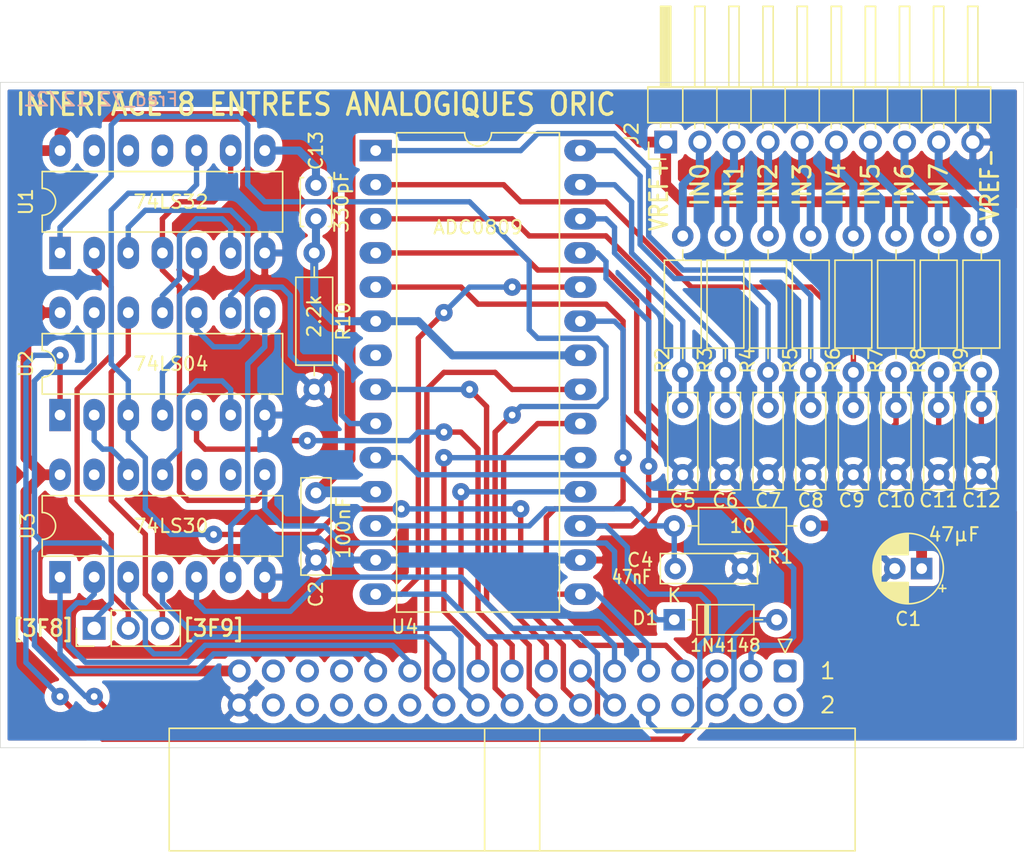
<source format=kicad_pcb>
(kicad_pcb (version 20171130) (host pcbnew "(5.1.12)-1")
  (title_block (title "INTERFACE 8 ENTREES ANALOGIQUES ORIC") (rev 1.0))
  (layers (0 F.Cu signal) (31 B.Cu signal) (34 B.Paste user) (35 F.Paste user) (36 B.SilkS user) (37 F.SilkS user) (38 B.Mask user) (39 F.Mask user) (44 Edge.Cuts user))
  (net 0 "")
  (net 1 GND)
  (net 2 VCC)
  (net 3 /~RESET)
  (net 4 /D0)
  (net 5 /D1)
  (net 6 /D2)
  (net 7 /D3)
  (net 8 /D4)
  (net 9 /D5)
  (net 10 /D6)
  (net 11 /D7)
  (net 12 /A0)
  (net 13 /A1)
  (net 14 /A2)
  (net 15 /A3)
  (net 16 /A4)
  (net 17 /A5)
  (net 18 /A6)
  (net 19 /A7)
  (net 20 /A8)
  (net 21 /A9)
  (net 22 /A10)
  (net 23 /A11)
  (net 24 /A12)
  (net 25 /A13)
  (net 26 /A14)
  (net 27 /A15)
  (net 28 "Net-(C4-Pad2)")
  (net 29 "Net-(C5-Pad2)")
  (net 30 "Net-(C6-Pad2)")
  (net 31 /~IOCTRL)
  (net 32 "Net-(D1-Pad1)")
  (net 33 /~IRQ)
  (net 34 /~ROMDIS)
  (net 35 /R_~W)
  (net 36 /~IO)
  (net 37 /PHI2)
  (net 38 /~MAP)
  (net 39 "Net-(C7-Pad2)")
  (net 40 "Net-(C8-Pad2)")
  (net 41 "Net-(C9-Pad2)")
  (net 42 "Net-(C10-Pad2)")
  (net 43 "Net-(C11-Pad2)")
  (net 44 "Net-(C12-Pad2)")
  (net 45 /IN7)
  (net 46 /IN6)
  (net 47 /IN5)
  (net 48 /IN4)
  (net 49 /IN3)
  (net 50 /IN2)
  (net 51 /IN1)
  (net 52 /IN0)
  (net 53 "Net-(U1-Pad6)")
  (net 54 "Net-(U1-Pad5)")
  (net 55 "Net-(U1-Pad3)")
  (net 56 "Net-(U2-Pad6)")
  (net 57 "Net-(U2-Pad10)")
  (net 58 "Net-(U2-Pad2)")
  (net 59 "Net-(U2-Pad8)")
  (net 60 "Net-(U4-Pad7)")
  (net 61 "Net-(C13-Pad2)")
  (net 62 "Net-(JP1-Pad3)")
  (net 63 "Net-(JP1-Pad2)")
  (net 64 "Net-(C13-Pad1)")
  (module Connector_PinHeader_2.54mm:PinHeader_1x10_P2.54mm_Horizontal (layer F.Cu) (at 163.83 56.515 90)
    (fp_text reference J2 (at 0.635 -2.54 90) (layer F.SilkS))
    (fp_text value E/S)
    (pad 10 thru_hole oval (at 0 22.86 90) (size 1.7 1.7) (drill 1) (layers *.Cu *.Mask) (net 1 GND))
    (pad 9 thru_hole oval (at 0 20.32 90) (size 1.7 1.7) (drill 1) (layers *.Cu *.Mask) (net 45 /IN7))
    (pad 8 thru_hole oval (at 0 17.78 90) (size 1.7 1.7) (drill 1) (layers *.Cu *.Mask) (net 46 /IN6))
    (pad 7 thru_hole oval (at 0 15.24 90) (size 1.7 1.7) (drill 1) (layers *.Cu *.Mask) (net 47 /IN5))
    (pad 6 thru_hole oval (at 0 12.7 90) (size 1.7 1.7) (drill 1) (layers *.Cu *.Mask) (net 48 /IN4))
    (pad 5 thru_hole oval (at 0 10.16 90) (size 1.7 1.7) (drill 1) (layers *.Cu *.Mask) (net 49 /IN3))
    (pad 4 thru_hole oval (at 0 7.62 90) (size 1.7 1.7) (drill 1) (layers *.Cu *.Mask) (net 50 /IN2))
    (pad 3 thru_hole oval (at 0 5.08 90) (size 1.7 1.7) (drill 1) (layers *.Cu *.Mask) (net 51 /IN1))
    (pad 2 thru_hole oval (at 0 2.54 90) (size 1.7 1.7) (drill 1) (layers *.Cu *.Mask) (net 52 /IN0))
    (pad 1 thru_hole rect (at 0 0 90) (size 1.7 1.7) (drill 1) (layers *.Cu *.Mask) (net 2 VCC))
  )
  (module Connector_PinHeader_2.54mm:PinHeader_1x03_P2.54mm_Vertical (layer F.Cu) (at 121.285 92.71 90)
    (fp_text reference JP1 hide)
    (fp_text value Addr)
    (pad 3 thru_hole oval (at 0 5.08 90) (size 1.7 1.7) (drill 1) (layers *.Cu *.Mask) (net 62 "Net-(JP1-Pad3)"))
    (pad 2 thru_hole oval (at 0 2.54 90) (size 1.7 1.7) (drill 1) (layers *.Cu *.Mask) (net 63 "Net-(JP1-Pad2)"))
    (pad 1 thru_hole rect (at 0 0 90) (size 1.7 1.7) (drill 1) (layers *.Cu *.Mask) (net 12 /A0))
  )
  (module Capacitor_THT:C_Disc_D3.4mm_W2.1mm_P2.50mm (layer F.Cu) (at 137.795 59.73 270)
    (fp_text reference C13 (at -2.58 0 90) (layer F.SilkS))
    (fp_text value 330pF (at 1.23 -1.905 90) (layer F.SilkS))
    (pad 2 thru_hole circle (at 2.5 0 270) (size 1.6 1.6) (drill 0.8) (layers *.Cu *.Mask) (net 61 "Net-(C13-Pad2)"))
    (pad 1 thru_hole circle (at 0 0 270) (size 1.6 1.6) (drill 0.8) (layers *.Cu *.Mask) (net 64 "Net-(C13-Pad1)"))
  )
  (module Resistor_THT:R_Axial_DIN0207_L6.3mm_D2.5mm_P10.16mm_Horizontal (layer F.Cu) (at 137.668 74.93 90)
    (fp_text reference R10 (at 5.08 2.159 90) (layer F.SilkS))
    (fp_text value 2.2k (at 5.461 0 90) (layer F.SilkS))
    (pad 2 thru_hole oval (at 10.16 0 90) (size 1.6 1.6) (drill 0.8) (layers *.Cu *.Mask) (net 61 "Net-(C13-Pad2)"))
    (pad 1 thru_hole circle (at 0 0 90) (size 1.6 1.6) (drill 0.8) (layers *.Cu *.Mask) (net 1 GND))
  )
  (module Package_DIP:DIP-28_W15.24mm_LongPads (layer F.Cu) (at 142.24 57.15)
    (fp_text reference U4 (at 2.159 35.433) (layer F.SilkS))
    (fp_text value ADC0809 (at 7.62 5.715) (layer F.SilkS))
    (pad 28 thru_hole oval (at 15.24 0) (size 2.4 1.6) (drill 0.8) (layers *.Cu *.Mask) (net 39 "Net-(C7-Pad2)"))
    (pad 14 thru_hole oval (at 0 33.02) (size 2.4 1.6) (drill 0.8) (layers *.Cu *.Mask) (net 5 /D1))
    (pad 27 thru_hole oval (at 15.24 2.54) (size 2.4 1.6) (drill 0.8) (layers *.Cu *.Mask) (net 30 "Net-(C6-Pad2)"))
    (pad 13 thru_hole oval (at 0 30.48) (size 2.4 1.6) (drill 0.8) (layers *.Cu *.Mask) (net 1 GND))
    (pad 26 thru_hole oval (at 15.24 5.08) (size 2.4 1.6) (drill 0.8) (layers *.Cu *.Mask) (net 29 "Net-(C5-Pad2)"))
    (pad 12 thru_hole oval (at 0 27.94) (size 2.4 1.6) (drill 0.8) (layers *.Cu *.Mask) (net 28 "Net-(C4-Pad2)"))
    (pad 25 thru_hole oval (at 15.24 7.62) (size 2.4 1.6) (drill 0.8) (layers *.Cu *.Mask) (net 4 /D0))
    (pad 11 thru_hole oval (at 0 25.4) (size 2.4 1.6) (drill 0.8) (layers *.Cu *.Mask) (net 2 VCC))
    (pad 24 thru_hole oval (at 15.24 10.16) (size 2.4 1.6) (drill 0.8) (layers *.Cu *.Mask) (net 5 /D1))
    (pad 10 thru_hole oval (at 0 22.86) (size 2.4 1.6) (drill 0.8) (layers *.Cu *.Mask) (net 37 /PHI2))
    (pad 23 thru_hole oval (at 15.24 12.7) (size 2.4 1.6) (drill 0.8) (layers *.Cu *.Mask) (net 6 /D2))
    (pad 9 thru_hole oval (at 0 20.32) (size 2.4 1.6) (drill 0.8) (layers *.Cu *.Mask) (net 57 "Net-(U2-Pad10)"))
    (pad 22 thru_hole oval (at 15.24 15.24) (size 2.4 1.6) (drill 0.8) (layers *.Cu *.Mask) (net 61 "Net-(C13-Pad2)"))
    (pad 8 thru_hole oval (at 0 17.78) (size 2.4 1.6) (drill 0.8) (layers *.Cu *.Mask) (net 7 /D3))
    (pad 21 thru_hole oval (at 15.24 17.78) (size 2.4 1.6) (drill 0.8) (layers *.Cu *.Mask) (net 11 /D7))
    (pad 7 thru_hole oval (at 0 15.24) (size 2.4 1.6) (drill 0.8) (layers *.Cu *.Mask) (net 60 "Net-(U4-Pad7)"))
    (pad 20 thru_hole oval (at 15.24 20.32) (size 2.4 1.6) (drill 0.8) (layers *.Cu *.Mask) (net 10 /D6))
    (pad 6 thru_hole oval (at 0 12.7) (size 2.4 1.6) (drill 0.8) (layers *.Cu *.Mask) (net 61 "Net-(C13-Pad2)"))
    (pad 19 thru_hole oval (at 15.24 22.86) (size 2.4 1.6) (drill 0.8) (layers *.Cu *.Mask) (net 9 /D5))
    (pad 5 thru_hole oval (at 0 10.16) (size 2.4 1.6) (drill 0.8) (layers *.Cu *.Mask) (net 44 "Net-(C12-Pad2)"))
    (pad 18 thru_hole oval (at 15.24 25.4) (size 2.4 1.6) (drill 0.8) (layers *.Cu *.Mask) (net 8 /D4))
    (pad 4 thru_hole oval (at 0 7.62) (size 2.4 1.6) (drill 0.8) (layers *.Cu *.Mask) (net 43 "Net-(C11-Pad2)"))
    (pad 17 thru_hole oval (at 15.24 27.94) (size 2.4 1.6) (drill 0.8) (layers *.Cu *.Mask) (net 4 /D0))
    (pad 3 thru_hole oval (at 0 5.08) (size 2.4 1.6) (drill 0.8) (layers *.Cu *.Mask) (net 42 "Net-(C10-Pad2)"))
    (pad 16 thru_hole oval (at 15.24 30.48) (size 2.4 1.6) (drill 0.8) (layers *.Cu *.Mask) (net 1 GND))
    (pad 2 thru_hole oval (at 0 2.54) (size 2.4 1.6) (drill 0.8) (layers *.Cu *.Mask) (net 41 "Net-(C9-Pad2)"))
    (pad 15 thru_hole oval (at 15.24 33.02) (size 2.4 1.6) (drill 0.8) (layers *.Cu *.Mask) (net 6 /D2))
    (pad 1 thru_hole rect (at 0 0) (size 2.4 1.6) (drill 0.8) (layers *.Cu *.Mask) (net 40 "Net-(C8-Pad2)"))
  )
  (module Package_DIP:DIP-14_W7.62mm_LongPads (layer F.Cu) (at 118.745 64.77 90)
    (fp_text reference U1 (at 3.81 -2.54 270) (layer F.SilkS))
    (fp_text value 74LS32 (at 3.81 8.255 180) (layer F.SilkS))
    (pad 14 thru_hole oval (at 7.62 0 90) (size 2.4 1.6) (drill 0.8) (layers *.Cu *.Mask) (net 2 VCC))
    (pad 7 thru_hole oval (at 0 15.24 90) (size 2.4 1.6) (drill 0.8) (layers *.Cu *.Mask) (net 1 GND))
    (pad 13 thru_hole oval (at 7.62 2.54 90) (size 2.4 1.6) (drill 0.8) (layers *.Cu *.Mask))
    (pad 6 thru_hole oval (at 0 12.7 90) (size 2.4 1.6) (drill 0.8) (layers *.Cu *.Mask) (net 53 "Net-(U1-Pad6)"))
    (pad 12 thru_hole oval (at 7.62 5.08 90) (size 2.4 1.6) (drill 0.8) (layers *.Cu *.Mask))
    (pad 5 thru_hole oval (at 0 10.16 90) (size 2.4 1.6) (drill 0.8) (layers *.Cu *.Mask) (net 54 "Net-(U1-Pad5)"))
    (pad 11 thru_hole oval (at 7.62 7.62 90) (size 2.4 1.6) (drill 0.8) (layers *.Cu *.Mask))
    (pad 4 thru_hole oval (at 0 7.62 90) (size 2.4 1.6) (drill 0.8) (layers *.Cu *.Mask) (net 32 "Net-(D1-Pad1)"))
    (pad 10 thru_hole oval (at 7.62 10.16 90) (size 2.4 1.6) (drill 0.8) (layers *.Cu *.Mask) (net 35 /R_~W))
    (pad 3 thru_hole oval (at 0 5.08 90) (size 2.4 1.6) (drill 0.8) (layers *.Cu *.Mask) (net 55 "Net-(U1-Pad3)"))
    (pad 9 thru_hole oval (at 7.62 12.7 90) (size 2.4 1.6) (drill 0.8) (layers *.Cu *.Mask) (net 32 "Net-(D1-Pad1)"))
    (pad 2 thru_hole oval (at 0 2.54 90) (size 2.4 1.6) (drill 0.8) (layers *.Cu *.Mask) (net 63 "Net-(JP1-Pad2)"))
    (pad 8 thru_hole oval (at 7.62 15.24 90) (size 2.4 1.6) (drill 0.8) (layers *.Cu *.Mask) (net 64 "Net-(C13-Pad1)"))
    (pad 1 thru_hole rect (at 0 0 90) (size 2.4 1.6) (drill 0.8) (layers *.Cu *.Mask) (net 13 /A1))
  )
  (module Resistor_THT:R_Axial_DIN0207_L6.3mm_D2.5mm_P10.16mm_Horizontal (layer F.Cu) (at 187.325 63.5 270)
    (fp_text reference R9 (at 9.271 1.524 90) (layer F.SilkS))
    (fp_text value 1k)
    (pad 2 thru_hole oval (at 10.16 0 270) (size 1.6 1.6) (drill 0.8) (layers *.Cu *.Mask) (net 44 "Net-(C12-Pad2)"))
    (pad 1 thru_hole circle (at 0 0 270) (size 1.6 1.6) (drill 0.8) (layers *.Cu *.Mask) (net 45 /IN7))
  )
  (module Resistor_THT:R_Axial_DIN0207_L6.3mm_D2.5mm_P10.16mm_Horizontal (layer F.Cu) (at 184.15 63.5 270)
    (fp_text reference R8 (at 9.271 1.524 90) (layer F.SilkS))
    (fp_text value 1k)
    (pad 2 thru_hole oval (at 10.16 0 270) (size 1.6 1.6) (drill 0.8) (layers *.Cu *.Mask) (net 43 "Net-(C11-Pad2)"))
    (pad 1 thru_hole circle (at 0 0 270) (size 1.6 1.6) (drill 0.8) (layers *.Cu *.Mask) (net 46 /IN6))
  )
  (module Resistor_THT:R_Axial_DIN0207_L6.3mm_D2.5mm_P10.16mm_Horizontal (layer F.Cu) (at 180.975 63.5 270)
    (fp_text reference R7 (at 9.271 1.524 90) (layer F.SilkS))
    (fp_text value 1k)
    (pad 2 thru_hole oval (at 10.16 0 270) (size 1.6 1.6) (drill 0.8) (layers *.Cu *.Mask) (net 42 "Net-(C10-Pad2)"))
    (pad 1 thru_hole circle (at 0 0 270) (size 1.6 1.6) (drill 0.8) (layers *.Cu *.Mask) (net 47 /IN5))
  )
  (module Resistor_THT:R_Axial_DIN0207_L6.3mm_D2.5mm_P10.16mm_Horizontal (layer F.Cu) (at 177.8 63.5 270)
    (fp_text reference R6 (at 9.271 1.524 90) (layer F.SilkS))
    (fp_text value 1k)
    (pad 2 thru_hole oval (at 10.16 0 270) (size 1.6 1.6) (drill 0.8) (layers *.Cu *.Mask) (net 41 "Net-(C9-Pad2)"))
    (pad 1 thru_hole circle (at 0 0 270) (size 1.6 1.6) (drill 0.8) (layers *.Cu *.Mask) (net 48 /IN4))
  )
  (module Resistor_THT:R_Axial_DIN0207_L6.3mm_D2.5mm_P10.16mm_Horizontal (layer F.Cu) (at 174.625 63.5 270)
    (fp_text reference R5 (at 9.271 1.524 90) (layer F.SilkS))
    (fp_text value 1k)
    (pad 2 thru_hole oval (at 10.16 0 270) (size 1.6 1.6) (drill 0.8) (layers *.Cu *.Mask) (net 40 "Net-(C8-Pad2)"))
    (pad 1 thru_hole circle (at 0 0 270) (size 1.6 1.6) (drill 0.8) (layers *.Cu *.Mask) (net 49 /IN3))
  )
  (module Resistor_THT:R_Axial_DIN0207_L6.3mm_D2.5mm_P10.16mm_Horizontal (layer F.Cu) (at 171.45 63.5 270)
    (fp_text reference R4 (at 9.271 1.524 90) (layer F.SilkS))
    (fp_text value 1k)
    (pad 2 thru_hole oval (at 10.16 0 270) (size 1.6 1.6) (drill 0.8) (layers *.Cu *.Mask) (net 39 "Net-(C7-Pad2)"))
    (pad 1 thru_hole circle (at 0 0 270) (size 1.6 1.6) (drill 0.8) (layers *.Cu *.Mask) (net 50 /IN2))
  )
  (module Resistor_THT:R_Axial_DIN0207_L6.3mm_D2.5mm_P10.16mm_Horizontal (layer F.Cu) (at 168.275 63.5 270)
    (fp_text reference R3 (at 9.271 1.524 90) (layer F.SilkS))
    (fp_text value 1k)
    (pad 2 thru_hole oval (at 10.16 0 270) (size 1.6 1.6) (drill 0.8) (layers *.Cu *.Mask) (net 30 "Net-(C6-Pad2)"))
    (pad 1 thru_hole circle (at 0 0 270) (size 1.6 1.6) (drill 0.8) (layers *.Cu *.Mask) (net 51 /IN1))
  )
  (module Resistor_THT:R_Axial_DIN0207_L6.3mm_D2.5mm_P10.16mm_Horizontal (layer F.Cu) (at 165.1 63.5 270)
    (fp_text reference R2 (at 9.271 1.524 90) (layer F.SilkS))
    (fp_text value 1k)
    (pad 2 thru_hole oval (at 10.16 0 270) (size 1.6 1.6) (drill 0.8) (layers *.Cu *.Mask) (net 29 "Net-(C5-Pad2)"))
    (pad 1 thru_hole circle (at 0 0 270) (size 1.6 1.6) (drill 0.8) (layers *.Cu *.Mask) (net 52 /IN0))
  )
  (module Capacitor_THT:C_Rect_L7.0mm_W2.0mm_P5.00mm (layer F.Cu) (at 187.325 81.2 90)
    (fp_text reference C12 (at -1.985 0 180) (layer F.SilkS))
    (fp_text value 1nF)
    (pad 2 thru_hole circle (at 5 0 90) (size 1.6 1.6) (drill 0.8) (layers *.Cu *.Mask) (net 44 "Net-(C12-Pad2)"))
    (pad 1 thru_hole circle (at 0 0 90) (size 1.6 1.6) (drill 0.8) (layers *.Cu *.Mask) (net 1 GND))
  )
  (module Capacitor_THT:C_Rect_L7.0mm_W2.0mm_P5.00mm (layer F.Cu) (at 184.15 81.28 90)
    (fp_text reference C11 (at -1.905 0 180) (layer F.SilkS))
    (fp_text value 1nF)
    (pad 2 thru_hole circle (at 5 0 90) (size 1.6 1.6) (drill 0.8) (layers *.Cu *.Mask) (net 43 "Net-(C11-Pad2)"))
    (pad 1 thru_hole circle (at 0 0 90) (size 1.6 1.6) (drill 0.8) (layers *.Cu *.Mask) (net 1 GND))
  )
  (module Capacitor_THT:C_Rect_L7.0mm_W2.0mm_P5.00mm (layer F.Cu) (at 180.975 81.28 90)
    (fp_text reference C10 (at -1.905 0 180) (layer F.SilkS))
    (fp_text value 1nF)
    (pad 2 thru_hole circle (at 5 0 90) (size 1.6 1.6) (drill 0.8) (layers *.Cu *.Mask) (net 42 "Net-(C10-Pad2)"))
    (pad 1 thru_hole circle (at 0 0 90) (size 1.6 1.6) (drill 0.8) (layers *.Cu *.Mask) (net 1 GND))
  )
  (module Capacitor_THT:C_Rect_L7.0mm_W2.0mm_P5.00mm (layer F.Cu) (at 177.8 81.28 90)
    (fp_text reference C9 (at -1.905 -0.127 180) (layer F.SilkS))
    (fp_text value 1nF)
    (pad 2 thru_hole circle (at 5 0 90) (size 1.6 1.6) (drill 0.8) (layers *.Cu *.Mask) (net 41 "Net-(C9-Pad2)"))
    (pad 1 thru_hole circle (at 0 0 90) (size 1.6 1.6) (drill 0.8) (layers *.Cu *.Mask) (net 1 GND))
  )
  (module Capacitor_THT:C_Rect_L7.0mm_W2.0mm_P5.00mm (layer F.Cu) (at 174.625 81.28 90)
    (fp_text reference C8 (at -1.905 0 180) (layer F.SilkS))
    (fp_text value 1nF)
    (pad 2 thru_hole circle (at 5 0 90) (size 1.6 1.6) (drill 0.8) (layers *.Cu *.Mask) (net 40 "Net-(C8-Pad2)"))
    (pad 1 thru_hole circle (at 0 0 90) (size 1.6 1.6) (drill 0.8) (layers *.Cu *.Mask) (net 1 GND))
  )
  (module Capacitor_THT:C_Rect_L7.0mm_W2.0mm_P5.00mm (layer F.Cu) (at 171.45 81.28 90)
    (fp_text reference C7 (at -1.905 0 180) (layer F.SilkS))
    (fp_text value 1nF)
    (pad 2 thru_hole circle (at 5 0 90) (size 1.6 1.6) (drill 0.8) (layers *.Cu *.Mask) (net 39 "Net-(C7-Pad2)"))
    (pad 1 thru_hole circle (at 0 0 90) (size 1.6 1.6) (drill 0.8) (layers *.Cu *.Mask) (net 1 GND))
  )
  (module Capacitor_THT:C_Rect_L7.0mm_W2.0mm_P5.00mm (layer F.Cu) (at 168.275 81.28 90)
    (fp_text reference C6 (at -1.905 0 180) (layer F.SilkS))
    (fp_text value 1nF)
    (pad 2 thru_hole circle (at 5 0 90) (size 1.6 1.6) (drill 0.8) (layers *.Cu *.Mask) (net 30 "Net-(C6-Pad2)"))
    (pad 1 thru_hole circle (at 0 0 90) (size 1.6 1.6) (drill 0.8) (layers *.Cu *.Mask) (net 1 GND))
  )
  (module Capacitor_THT:C_Rect_L7.0mm_W2.0mm_P5.00mm (layer F.Cu) (at 165.1 81.28 90)
    (fp_text reference C5 (at -1.905 0 180) (layer F.SilkS))
    (fp_text value 1nF)
    (pad 2 thru_hole circle (at 5 0 90) (size 1.6 1.6) (drill 0.8) (layers *.Cu *.Mask) (net 29 "Net-(C5-Pad2)"))
    (pad 1 thru_hole circle (at 0 0 90) (size 1.6 1.6) (drill 0.8) (layers *.Cu *.Mask) (net 1 GND))
  )
  (module Package_DIP:DIP-14_W7.62mm_LongPads (layer F.Cu) (at 118.745 76.835 90)
    (fp_text reference U2 (at 3.81 -2.54 270) (layer F.SilkS))
    (fp_text value 74LS04 (at 3.81 8.255 180) (layer F.SilkS))
    (pad 14 thru_hole oval (at 7.62 0 90) (size 2.4 1.6) (drill 0.8) (layers *.Cu *.Mask) (net 2 VCC))
    (pad 7 thru_hole oval (at 0 15.24 90) (size 2.4 1.6) (drill 0.8) (layers *.Cu *.Mask) (net 1 GND))
    (pad 13 thru_hole oval (at 7.62 2.54 90) (size 2.4 1.6) (drill 0.8) (layers *.Cu *.Mask) (net 12 /A0))
    (pad 6 thru_hole oval (at 0 12.7 90) (size 2.4 1.6) (drill 0.8) (layers *.Cu *.Mask) (net 56 "Net-(U2-Pad6)"))
    (pad 12 thru_hole oval (at 7.62 5.08 90) (size 2.4 1.6) (drill 0.8) (layers *.Cu *.Mask) (net 62 "Net-(JP1-Pad3)"))
    (pad 5 thru_hole oval (at 0 10.16 90) (size 2.4 1.6) (drill 0.8) (layers *.Cu *.Mask) (net 14 /A2))
    (pad 11 thru_hole oval (at 7.62 7.62 90) (size 2.4 1.6) (drill 0.8) (layers *.Cu *.Mask) (net 53 "Net-(U1-Pad6)"))
    (pad 4 thru_hole oval (at 0 7.62 90) (size 2.4 1.6) (drill 0.8) (layers *.Cu *.Mask) (net 54 "Net-(U1-Pad5)"))
    (pad 10 thru_hole oval (at 7.62 10.16 90) (size 2.4 1.6) (drill 0.8) (layers *.Cu *.Mask) (net 57 "Net-(U2-Pad10)"))
    (pad 3 thru_hole oval (at 0 5.08 90) (size 2.4 1.6) (drill 0.8) (layers *.Cu *.Mask) (net 35 /R_~W))
    (pad 9 thru_hole oval (at 7.62 12.7 90) (size 2.4 1.6) (drill 0.8) (layers *.Cu *.Mask) (net 55 "Net-(U1-Pad3)"))
    (pad 2 thru_hole oval (at 0 2.54 90) (size 2.4 1.6) (drill 0.8) (layers *.Cu *.Mask) (net 58 "Net-(U2-Pad2)"))
    (pad 8 thru_hole oval (at 7.62 15.24 90) (size 2.4 1.6) (drill 0.8) (layers *.Cu *.Mask) (net 59 "Net-(U2-Pad8)"))
    (pad 1 thru_hole rect (at 0 0 90) (size 2.4 1.6) (drill 0.8) (layers *.Cu *.Mask) (net 36 /~IO))
  )
  (module Connector_IDC:IDC-Header_2x17_P2.54mm_Horizontal (layer F.Cu) (at 172.72 95.885 270)
    (fp_text reference J1 hide)
    (fp_text value SLOT1)
    (pad 34 thru_hole circle (at 2.54 40.64 270) (size 1.7 1.7) (drill 1) (layers *.Cu *.Mask) (net 1 GND))
    (pad 32 thru_hole circle (at 2.54 38.1 270) (size 1.7 1.7) (drill 1) (layers *.Cu *.Mask) (net 23 /A11))
    (pad 30 thru_hole circle (at 2.54 35.56 270) (size 1.7 1.7) (drill 1) (layers *.Cu *.Mask) (net 24 /A12))
    (pad 28 thru_hole circle (at 2.54 33.02 270) (size 1.7 1.7) (drill 1) (layers *.Cu *.Mask) (net 25 /A13))
    (pad 26 thru_hole circle (at 2.54 30.48 270) (size 1.7 1.7) (drill 1) (layers *.Cu *.Mask) (net 26 /A14))
    (pad 24 thru_hole circle (at 2.54 27.94 270) (size 1.7 1.7) (drill 1) (layers *.Cu *.Mask) (net 27 /A15))
    (pad 22 thru_hole circle (at 2.54 25.4 270) (size 1.7 1.7) (drill 1) (layers *.Cu *.Mask) (net 11 /D7))
    (pad 20 thru_hole circle (at 2.54 22.86 270) (size 1.7 1.7) (drill 1) (layers *.Cu *.Mask) (net 16 /A4))
    (pad 18 thru_hole circle (at 2.54 20.32 270) (size 1.7 1.7) (drill 1) (layers *.Cu *.Mask) (net 8 /D4))
    (pad 16 thru_hole circle (at 2.54 17.78 270) (size 1.7 1.7) (drill 1) (layers *.Cu *.Mask) (net 7 /D3))
    (pad 14 thru_hole circle (at 2.54 15.24 270) (size 1.7 1.7) (drill 1) (layers *.Cu *.Mask) (net 10 /D6))
    (pad 12 thru_hole circle (at 2.54 12.7 270) (size 1.7 1.7) (drill 1) (layers *.Cu *.Mask) (net 5 /D1))
    (pad 10 thru_hole circle (at 2.54 10.16 270) (size 1.7 1.7) (drill 1) (layers *.Cu *.Mask) (net 4 /D0))
    (pad 8 thru_hole circle (at 2.54 7.62 270) (size 1.7 1.7) (drill 1) (layers *.Cu *.Mask) (net 33 /~IRQ))
    (pad 6 thru_hole circle (at 2.54 5.08 270) (size 1.7 1.7) (drill 1) (layers *.Cu *.Mask) (net 31 /~IOCTRL))
    (pad 4 thru_hole circle (at 2.54 2.54 270) (size 1.7 1.7) (drill 1) (layers *.Cu *.Mask) (net 3 /~RESET))
    (pad 2 thru_hole circle (at 2.54 0 270) (size 1.7 1.7) (drill 1) (layers *.Cu *.Mask) (net 34 /~ROMDIS))
    (pad 33 thru_hole circle (at 0 40.64 270) (size 1.7 1.7) (drill 1) (layers *.Cu *.Mask) (net 2 VCC))
    (pad 31 thru_hole circle (at 0 38.1 270) (size 1.7 1.7) (drill 1) (layers *.Cu *.Mask) (net 22 /A10))
    (pad 29 thru_hole circle (at 0 35.56 270) (size 1.7 1.7) (drill 1) (layers *.Cu *.Mask) (net 21 /A9))
    (pad 27 thru_hole circle (at 0 33.02 270) (size 1.7 1.7) (drill 1) (layers *.Cu *.Mask) (net 20 /A8))
    (pad 25 thru_hole circle (at 0 30.48 270) (size 1.7 1.7) (drill 1) (layers *.Cu *.Mask) (net 19 /A7))
    (pad 23 thru_hole circle (at 0 27.94 270) (size 1.7 1.7) (drill 1) (layers *.Cu *.Mask) (net 18 /A6))
    (pad 21 thru_hole circle (at 0 25.4 270) (size 1.7 1.7) (drill 1) (layers *.Cu *.Mask) (net 17 /A5))
    (pad 19 thru_hole circle (at 0 22.86 270) (size 1.7 1.7) (drill 1) (layers *.Cu *.Mask) (net 9 /D5))
    (pad 17 thru_hole circle (at 0 20.32 270) (size 1.7 1.7) (drill 1) (layers *.Cu *.Mask) (net 14 /A2))
    (pad 15 thru_hole circle (at 0 17.78 270) (size 1.7 1.7) (drill 1) (layers *.Cu *.Mask) (net 13 /A1))
    (pad 13 thru_hole circle (at 0 15.24 270) (size 1.7 1.7) (drill 1) (layers *.Cu *.Mask) (net 12 /A0))
    (pad 11 thru_hole circle (at 0 12.7 270) (size 1.7 1.7) (drill 1) (layers *.Cu *.Mask) (net 15 /A3))
    (pad 9 thru_hole circle (at 0 10.16 270) (size 1.7 1.7) (drill 1) (layers *.Cu *.Mask) (net 6 /D2))
    (pad 7 thru_hole circle (at 0 7.62 270) (size 1.7 1.7) (drill 1) (layers *.Cu *.Mask) (net 35 /R_~W))
    (pad 5 thru_hole circle (at 0 5.08 270) (size 1.7 1.7) (drill 1) (layers *.Cu *.Mask) (net 36 /~IO))
    (pad 3 thru_hole circle (at 0 2.54 270) (size 1.7 1.7) (drill 1) (layers *.Cu *.Mask) (net 37 /PHI2))
    (pad 1 thru_hole roundrect (at 0 0 270) (size 1.7 1.7) (drill 1) (layers *.Cu *.Mask) (roundrect_rratio 0.1470588235294118) (net 38 /~MAP))
  )
  (module Diode_THT:D_DO-35_SOD27_P7.62mm_Horizontal (layer F.Cu) (at 164.465 92.075)
    (fp_text reference D1 (at -2.159 -0.127) (layer F.SilkS))
    (fp_text value 1N4148 (at 3.81 1.905) (layer F.SilkS) (effects (font (size 0.9 0.9))))
    (fp_text user K (at 0 -1.8) (layer F.SilkS))
    (pad 2 thru_hole oval (at 7.62 0) (size 1.6 1.6) (drill 0.8) (layers *.Cu *.Mask) (net 31 /~IOCTRL))
    (pad 1 thru_hole rect (at 0 0) (size 1.6 1.6) (drill 0.8) (layers *.Cu *.Mask) (net 32 "Net-(D1-Pad1)"))
  )
  (module Capacitor_THT:C_Rect_L7.0mm_W2.0mm_P5.00mm (layer F.Cu) (at 137.795 87.63 90)
    (fp_text reference C2 (at -2.54 0 90) (layer F.SilkS))
    (fp_text value 100nF (at 2.413 2.032 90) (layer F.SilkS))
    (pad 2 thru_hole circle (at 5 0 90) (size 1.6 1.6) (drill 0.8) (layers *.Cu *.Mask) (net 2 VCC))
    (pad 1 thru_hole circle (at 0 0 90) (size 1.6 1.6) (drill 0.8) (layers *.Cu *.Mask) (net 1 GND))
  )
  (module Package_DIP:DIP-14_W7.62mm_LongPads (layer F.Cu) (at 118.745 88.9 90)
    (fp_text reference U3 (at 3.81 -2.413 270) (layer F.SilkS))
    (fp_text value 74LS30 (at 3.81 8.255 180) (layer F.SilkS))
    (pad 14 thru_hole oval (at 7.62 0 90) (size 2.4 1.6) (drill 0.8) (layers *.Cu *.Mask) (net 2 VCC))
    (pad 7 thru_hole oval (at 0 15.24 90) (size 2.4 1.6) (drill 0.8) (layers *.Cu *.Mask) (net 1 GND))
    (pad 13 thru_hole oval (at 7.62 2.54 90) (size 2.4 1.6) (drill 0.8) (layers *.Cu *.Mask))
    (pad 6 thru_hole oval (at 0 12.7 90) (size 2.4 1.6) (drill 0.8) (layers *.Cu *.Mask) (net 59 "Net-(U2-Pad8)"))
    (pad 12 thru_hole oval (at 7.62 5.08 90) (size 2.4 1.6) (drill 0.8) (layers *.Cu *.Mask) (net 58 "Net-(U2-Pad2)"))
    (pad 5 thru_hole oval (at 0 10.16 90) (size 2.4 1.6) (drill 0.8) (layers *.Cu *.Mask) (net 15 /A3))
    (pad 11 thru_hole oval (at 7.62 7.62 90) (size 2.4 1.6) (drill 0.8) (layers *.Cu *.Mask) (net 56 "Net-(U2-Pad6)"))
    (pad 4 thru_hole oval (at 0 7.62 90) (size 2.4 1.6) (drill 0.8) (layers *.Cu *.Mask) (net 16 /A4))
    (pad 10 thru_hole oval (at 7.62 10.16 90) (size 2.4 1.6) (drill 0.8) (layers *.Cu *.Mask))
    (pad 3 thru_hole oval (at 0 5.08 90) (size 2.4 1.6) (drill 0.8) (layers *.Cu *.Mask) (net 17 /A5))
    (pad 9 thru_hole oval (at 7.62 12.7 90) (size 2.4 1.6) (drill 0.8) (layers *.Cu *.Mask))
    (pad 2 thru_hole oval (at 0 2.54 90) (size 2.4 1.6) (drill 0.8) (layers *.Cu *.Mask) (net 18 /A6))
    (pad 8 thru_hole oval (at 7.62 15.24 90) (size 2.4 1.6) (drill 0.8) (layers *.Cu *.Mask) (net 32 "Net-(D1-Pad1)"))
    (pad 1 thru_hole rect (at 0 0 90) (size 2.4 1.6) (drill 0.8) (layers *.Cu *.Mask) (net 19 /A7))
  )
  (module Resistor_THT:R_Axial_DIN0207_L6.3mm_D2.5mm_P10.16mm_Horizontal (layer F.Cu) (at 174.625 85.09 180)
    (fp_text reference R1 (at 2.286 -2.286) (layer F.SilkS))
    (fp_text value 10 (at 5.08 0) (layer F.SilkS))
    (pad 2 thru_hole oval (at 10.16 0 180) (size 1.6 1.6) (drill 0.8) (layers *.Cu *.Mask) (net 28 "Net-(C4-Pad2)"))
    (pad 1 thru_hole circle (at 0 0 180) (size 1.6 1.6) (drill 0.8) (layers *.Cu *.Mask) (net 2 VCC))
  )
  (module Capacitor_THT:C_Rect_L7.0mm_W2.0mm_P5.00mm (layer F.Cu) (at 169.545 88.265 180)
    (fp_text reference C4 (at 7.62 0.635) (layer F.SilkS))
    (fp_text value 47nF (at 8.255 -0.635) (layer F.SilkS) (effects (font (size 1 0.8))))
    (pad 2 thru_hole circle (at 5 0 180) (size 1.6 1.6) (drill 0.8) (layers *.Cu *.Mask) (net 28 "Net-(C4-Pad2)"))
    (pad 1 thru_hole circle (at 0 0 180) (size 1.6 1.6) (drill 0.8) (layers *.Cu *.Mask) (net 1 GND))
  )
  (module Capacitor_THT:CP_Radial_D5.0mm_P2.00mm (layer F.Cu) (at 182.88 88.265 180)
    (fp_text reference C1 (at 1 -3.75) (layer F.SilkS))
    (fp_text value 47µF (at -2.413 2.54) (layer F.SilkS))
    (pad 2 thru_hole circle (at 2 0 180) (size 1.6 1.6) (drill 0.8) (layers *.Cu *.Mask) (net 1 GND))
    (pad 1 thru_hole rect (at 0 0 180) (size 1.6 1.6) (drill 0.8) (layers *.Cu *.Mask) (net 2 VCC))
  )
  (gr_text [3F9] (at 130.175 92.71) (layer F.SilkS) (effects (font (size 1.2 1.1) (thickness 0.2))))
  (gr_text VREF+ (at 163.322 60.452 90) (layer F.SilkS) (effects (font (size 1.3 1.1) (thickness 0.2))))
  (gr_text "VREF-\n" (at 187.96 59.69 90) (layer F.SilkS) (effects (font (size 1.3 1.1) (thickness 0.2))))
  (gr_text IN7 (at 184.15 59.69 90) (layer F.SilkS) (effects (font (size 1.3 1.3) (thickness 0.2))))
  (gr_text IN4 (at 176.53 59.69 90) (layer F.SilkS) (effects (font (size 1.3 1.3) (thickness 0.2))))
  (gr_text IN6 (at 181.61 59.69 90) (layer F.SilkS) (effects (font (size 1.3 1.3) (thickness 0.2))))
  (gr_text IN5 (at 179.07 59.69 90) (layer F.SilkS) (effects (font (size 1.3 1.3) (thickness 0.2))))
  (gr_text IN3 (at 173.99 59.69 90) (layer F.SilkS) (effects (font (size 1.3 1.3) (thickness 0.2))))
  (gr_text "IN2\n" (at 171.45 59.69 90) (layer F.SilkS) (effects (font (size 1.3 1.3) (thickness 0.2))))
  (gr_text IN1 (at 168.91 59.69 90) (layer F.SilkS) (effects (font (size 1.3 1.3) (thickness 0.2))))
  (gr_text IN0 (at 166.37 59.69 90) (layer F.SilkS) (effects (font (size 1.3 1.3) (thickness 0.2))))
  (gr_line (start 190.5 52.07) (end 114.3 52.07) (layer Edge.Cuts) (width 0.05))
  (gr_line (start 114.3 101.6) (end 190.5 101.6) (layer Edge.Cuts) (width 0.05))
  (gr_line (start 114.3 52.07) (end 114.3 101.6) (layer Edge.Cuts) (width 0.05))
  (gr_text "Fred_72 12/21" (at 127.635 53.34) (layer B.SilkS) (effects (font (size 1 1)) (justify left mirror)))
  (gr_text "INTERFACE 8 ENTREES ANALOGIQUES ORIC" (at 115.316 53.721) (layer F.SilkS) (effects (font (size 1.6 1.4) (thickness 0.25)) (justify left)))
  (gr_text 2 (at 175.895 98.425) (layer F.SilkS) (effects (font (size 1.2 1.2))))
  (gr_text 1 (at 175.895 95.885) (layer F.SilkS) (effects (font (size 1.2 1.2))))
  (gr_text [3F8] (at 117.475 92.71) (layer F.SilkS) (effects (font (size 1.2 1.1) (thickness 0.2))))
  (gr_line (start 190.5 101.6) (end 190.5 52.07) (layer Edge.Cuts) (width 0.05))
  (segment (start 137.875 82.55) (end 137.795 82.47) (width 0.8) (layer B.Cu) (net 2))
  (segment (start 142.24 82.55) (end 137.875 82.55) (width 0.8) (layer B.Cu) (net 2))
  (segment (start 118.745 57.15) (end 118.745 55.88) (width 0.8) (layer F.Cu) (net 2))
  (segment (start 118.745 55.88) (end 120.015 54.61) (width 0.8) (layer F.Cu) (net 2))
  (segment (start 118.745 69.215) (end 117.475 69.215) (width 0.8) (layer F.Cu) (net 2))
  (segment (start 117.475 69.215) (end 116.205 67.945) (width 0.8) (layer F.Cu) (net 2))
  (segment (start 116.205 67.945) (end 116.205 57.785) (width 0.8) (layer F.Cu) (net 2))
  (segment (start 116.84 57.15) (end 118.745 57.15) (width 0.8) (layer F.Cu) (net 2))
  (segment (start 116.205 57.785) (end 116.84 57.15) (width 0.8) (layer F.Cu) (net 2))
  (segment (start 117.475 69.215) (end 116.205 70.485) (width 0.8) (layer F.Cu) (net 2))
  (segment (start 116.205 80.01) (end 117.475 81.28) (width 0.8) (layer F.Cu) (net 2))
  (segment (start 116.205 70.485) (end 116.205 80.01) (width 0.8) (layer F.Cu) (net 2))
  (segment (start 117.475 81.28) (end 118.745 81.28) (width 0.8) (layer F.Cu) (net 2))
  (segment (start 117.475 81.28) (end 116.205 82.55) (width 0.8) (layer F.Cu) (net 2))
  (segment (start 116.205 82.55) (end 116.205 92.71) (width 0.8) (layer F.Cu) (net 2))
  (segment (start 119.38 95.885) (end 132.08 95.885) (width 0.8) (layer F.Cu) (net 2))
  (segment (start 116.205 92.71) (end 119.38 95.885) (width 0.8) (layer F.Cu) (net 2))
  (segment (start 140.335 80.09) (end 137.795 82.63) (width 0.8) (layer F.Cu) (net 2))
  (segment (start 140.335 54.61) (end 140.335 80.09) (width 0.8) (layer F.Cu) (net 2))
  (segment (start 182.88 86.36) (end 182.88 88.265) (width 0.8) (layer F.Cu) (net 2))
  (segment (start 182.88 85.09) (end 182.88 86.36) (width 0.8) (layer F.Cu) (net 2))
  (segment (start 182.88 86.36) (end 182.88 86.995) (width 0.8) (layer F.Cu) (net 2))
  (segment (start 163.83 56.515) (end 161.925 56.515) (width 0.8) (layer F.Cu) (net 2))
  (segment (start 160.02 54.61) (end 139.7 54.61) (width 0.8) (layer F.Cu) (net 2))
  (segment (start 161.925 56.515) (end 160.02 54.61) (width 0.8) (layer F.Cu) (net 2))
  (segment (start 139.7 54.61) (end 140.335 54.61) (width 0.8) (layer F.Cu) (net 2))
  (segment (start 120.015 54.61) (end 139.7 54.61) (width 0.8) (layer F.Cu) (net 2))
  (segment (start 163.83 56.515) (end 163.83 59.69) (width 0.8) (layer F.Cu) (net 2))
  (segment (start 163.83 59.69) (end 165.1 60.96) (width 0.8) (layer F.Cu) (net 2))
  (segment (start 165.1 60.96) (end 187.96 60.96) (width 0.8) (layer F.Cu) (net 2))
  (segment (start 187.96 60.96) (end 189.23 62.23) (width 0.8) (layer F.Cu) (net 2))
  (segment (start 189.23 62.23) (end 189.23 83.185) (width 0.8) (layer F.Cu) (net 2))
  (segment (start 187.325 85.09) (end 182.245 85.09) (width 0.8) (layer F.Cu) (net 2))
  (segment (start 189.23 83.185) (end 187.325 85.09) (width 0.8) (layer F.Cu) (net 2))
  (segment (start 182.245 85.09) (end 182.88 85.09) (width 0.8) (layer F.Cu) (net 2))
  (segment (start 174.625 85.09) (end 182.245 85.09) (width 0.8) (layer F.Cu) (net 2))
  (segment (start 159.385 85.09) (end 157.48 85.09) (width 0.4) (layer B.Cu) (net 4))
  (segment (start 160.9725 86.6775) (end 159.385 85.09) (width 0.4) (layer B.Cu) (net 4))
  (segment (start 160.9725 88.5825) (end 160.9725 86.6775) (width 0.4) (layer B.Cu) (net 4))
  (segment (start 162.56 90.17) (end 160.9725 88.5825) (width 0.4) (layer B.Cu) (net 4))
  (segment (start 167.005 90.805) (end 166.37 90.17) (width 0.4) (layer B.Cu) (net 4))
  (segment (start 167.005 93.345) (end 167.005 90.805) (width 0.4) (layer B.Cu) (net 4))
  (segment (start 166.37 93.98) (end 167.005 93.345) (width 0.4) (layer B.Cu) (net 4))
  (segment (start 166.37 99.695) (end 166.37 93.98) (width 0.4) (layer B.Cu) (net 4))
  (segment (start 165.735 100.33) (end 166.37 99.695) (width 0.4) (layer B.Cu) (net 4))
  (segment (start 166.37 90.17) (end 162.56 90.17) (width 0.4) (layer B.Cu) (net 4))
  (segment (start 162.56 99.695) (end 163.195 100.33) (width 0.4) (layer B.Cu) (net 4))
  (segment (start 163.195 100.33) (end 165.735 100.33) (width 0.4) (layer B.Cu) (net 4))
  (segment (start 162.56 98.425) (end 162.56 99.695) (width 0.4) (layer B.Cu) (net 4))
  (segment (start 158.75 64.77) (end 157.48 64.77) (width 0.4) (layer B.Cu) (net 4))
  (segment (start 159.385 65.405) (end 158.75 64.77) (width 0.4) (layer B.Cu) (net 4))
  (segment (start 159.385 66.675) (end 159.385 65.405) (width 0.4) (layer B.Cu) (net 4))
  (segment (start 162.56 69.85) (end 159.385 66.675) (width 0.4) (layer B.Cu) (net 4))
  (segment (start 162.56 80.645) (end 162.56 69.85) (width 0.4) (layer B.Cu) (net 4))
  (segment (start 161.29 85.09) (end 157.48 85.09) (width 0.4) (layer F.Cu) (net 4))
  (segment (start 162.56 83.82) (end 161.29 85.09) (width 0.4) (layer F.Cu) (net 4))
  (segment (start 162.56 80.645) (end 162.56 83.82) (width 0.4) (layer F.Cu) (net 4))
  (via (at 162.56 80.645) (size 1.3) (drill 0.5) (layers F.Cu B.Cu) (net 4))
  (segment (start 147.32 90.17) (end 142.24 90.17) (width 0.4) (layer B.Cu) (net 5))
  (segment (start 150.495 93.345) (end 147.32 90.17) (width 0.4) (layer B.Cu) (net 5))
  (segment (start 157.48 93.345) (end 150.495 93.345) (width 0.4) (layer B.Cu) (net 5))
  (segment (start 158.75 94.615) (end 157.48 93.345) (width 0.4) (layer B.Cu) (net 5))
  (segment (start 158.75 97.155) (end 158.75 94.615) (width 0.4) (layer B.Cu) (net 5))
  (segment (start 160.02 98.425) (end 158.75 97.155) (width 0.4) (layer B.Cu) (net 5))
  (segment (start 157.48 67.31) (end 152.4 67.31) (width 0.4) (layer F.Cu) (net 5))
  (via (at 152.4 67.31) (size 1.3) (drill 0.5) (layers F.Cu B.Cu) (net 5))
  (segment (start 149.225 67.31) (end 152.4 67.31) (width 0.4) (layer B.Cu) (net 5))
  (segment (start 147.32 69.215) (end 149.225 67.31) (width 0.4) (layer B.Cu) (net 5))
  (segment (start 144.145 90.17) (end 142.24 90.17) (width 0.4) (layer F.Cu) (net 5))
  (via (at 147.32 69.215) (size 1.3) (drill 0.5) (layers F.Cu B.Cu) (net 5))
  (segment (start 145.415 88.9) (end 144.145 90.17) (width 0.4) (layer F.Cu) (net 5))
  (segment (start 145.415 71.12) (end 145.415 88.9) (width 0.4) (layer F.Cu) (net 5))
  (segment (start 147.32 69.215) (end 145.415 71.12) (width 0.4) (layer F.Cu) (net 5))
  (segment (start 157.48 90.17) (end 158.75 90.17) (width 0.4) (layer B.Cu) (net 6))
  (segment (start 162.56 93.98) (end 162.56 95.885) (width 0.4) (layer B.Cu) (net 6))
  (segment (start 158.75 90.17) (end 162.56 93.98) (width 0.4) (layer B.Cu) (net 6))
  (segment (start 155.575 90.17) (end 157.48 90.17) (width 0.4) (layer F.Cu) (net 6))
  (segment (start 154.94 89.535) (end 155.575 90.17) (width 0.4) (layer F.Cu) (net 6))
  (segment (start 154.94 84.455) (end 154.94 89.535) (width 0.4) (layer F.Cu) (net 6))
  (segment (start 155.575 83.82) (end 154.94 84.455) (width 0.4) (layer F.Cu) (net 6))
  (segment (start 160.02 83.82) (end 155.575 83.82) (width 0.4) (layer F.Cu) (net 6))
  (segment (start 160.655 83.185) (end 160.02 83.82) (width 0.4) (layer F.Cu) (net 6))
  (segment (start 160.655 80.01) (end 160.655 83.185) (width 0.4) (layer F.Cu) (net 6))
  (segment (start 160.02 69.85) (end 157.48 69.85) (width 0.4) (layer B.Cu) (net 6))
  (segment (start 160.655 70.485) (end 160.02 69.85) (width 0.4) (layer B.Cu) (net 6))
  (segment (start 160.655 80.01) (end 160.655 70.485) (width 0.4) (layer B.Cu) (net 6))
  (via (at 160.655 80.01) (size 1.3) (drill 0.5) (layers F.Cu B.Cu) (net 6))
  (segment (start 154.94 98.425) (end 153.67 97.155) (width 0.4) (layer F.Cu) (net 7))
  (via (at 149.225 74.93) (size 1.3) (drill 0.5) (layers F.Cu B.Cu) (net 7))
  (segment (start 149.225 74.93) (end 142.24 74.93) (width 0.4) (layer B.Cu) (net 7))
  (segment (start 153.67 93.98) (end 150.495 90.805) (width 0.4) (layer F.Cu) (net 7))
  (segment (start 153.67 97.155) (end 153.67 93.98) (width 0.4) (layer F.Cu) (net 7))
  (segment (start 150.495 90.805) (end 150.495 76.2) (width 0.4) (layer F.Cu) (net 7))
  (segment (start 150.495 76.2) (end 149.225 74.93) (width 0.4) (layer F.Cu) (net 7))
  (segment (start 148.59 82.55) (end 157.48 82.55) (width 0.4) (layer B.Cu) (net 8))
  (via (at 148.59 82.55) (size 1.3) (drill 0.5) (layers F.Cu B.Cu) (net 8))
  (segment (start 151.13 97.155) (end 152.4 98.425) (width 0.4) (layer F.Cu) (net 8))
  (segment (start 151.13 93.98) (end 151.13 97.155) (width 0.4) (layer F.Cu) (net 8))
  (segment (start 148.59 91.44) (end 151.13 93.98) (width 0.4) (layer F.Cu) (net 8))
  (segment (start 148.59 82.55) (end 148.59 91.44) (width 0.4) (layer F.Cu) (net 8))
  (segment (start 147.32 80.01) (end 157.48 80.01) (width 0.4) (layer B.Cu) (net 9))
  (via (at 147.32 80.01) (size 1.3) (drill 0.5) (layers F.Cu B.Cu) (net 9))
  (segment (start 147.32 91.44) (end 149.86 93.98) (width 0.4) (layer F.Cu) (net 9))
  (segment (start 147.32 80.01) (end 147.32 91.44) (width 0.4) (layer F.Cu) (net 9))
  (segment (start 149.86 93.98) (end 149.86 95.885) (width 0.4) (layer F.Cu) (net 9))
  (segment (start 157.48 98.425) (end 156.21 97.155) (width 0.4) (layer F.Cu) (net 10))
  (segment (start 156.21 97.155) (end 156.21 93.98) (width 0.4) (layer F.Cu) (net 10))
  (segment (start 154.305 77.47) (end 157.48 77.47) (width 0.4) (layer F.Cu) (net 10))
  (segment (start 151.765 80.01) (end 154.305 77.47) (width 0.4) (layer F.Cu) (net 10))
  (segment (start 156.21 93.98) (end 151.765 89.535) (width 0.4) (layer F.Cu) (net 10))
  (segment (start 151.765 89.535) (end 151.765 80.01) (width 0.4) (layer F.Cu) (net 10))
  (segment (start 152.4 74.93) (end 157.48 74.93) (width 0.4) (layer F.Cu) (net 11))
  (segment (start 151.13 73.66) (end 152.4 74.93) (width 0.4) (layer F.Cu) (net 11))
  (segment (start 147.32 73.66) (end 151.13 73.66) (width 0.4) (layer F.Cu) (net 11))
  (segment (start 146.05 74.93) (end 147.32 73.66) (width 0.4) (layer F.Cu) (net 11))
  (segment (start 146.05 97.155) (end 146.05 74.93) (width 0.4) (layer F.Cu) (net 11))
  (segment (start 147.32 98.425) (end 146.05 97.155) (width 0.4) (layer F.Cu) (net 11))
  (segment (start 157.48 95.885) (end 158.75 97.155) (width 0.4) (layer F.Cu) (net 12))
  (segment (start 158.75 97.155) (end 158.75 99.695) (width 0.4) (layer F.Cu) (net 12))
  (segment (start 158.75 99.695) (end 158.115 100.33) (width 0.4) (layer F.Cu) (net 12))
  (segment (start 158.115 100.33) (end 123.825 100.33) (width 0.4) (layer F.Cu) (net 12))
  (via (at 121.285 97.79) (size 1.3) (drill 0.5) (layers F.Cu B.Cu) (net 12))
  (segment (start 123.825 100.33) (end 121.285 97.79) (width 0.4) (layer F.Cu) (net 12))
  (segment (start 121.92 86.36) (end 122.555 86.995) (width 0.4) (layer B.Cu) (net 12))
  (segment (start 122.555 86.995) (end 122.555 90.805) (width 0.4) (layer B.Cu) (net 12))
  (segment (start 121.285 92.075) (end 121.285 92.71) (width 0.4) (layer B.Cu) (net 12))
  (segment (start 122.555 90.805) (end 121.285 92.075) (width 0.4) (layer B.Cu) (net 12))
  (segment (start 117.475 86.36) (end 121.92 86.36) (width 0.4) (layer B.Cu) (net 12))
  (segment (start 121.285 69.215) (end 121.285 73.025) (width 0.4) (layer B.Cu) (net 12))
  (segment (start 121.285 73.025) (end 120.65 73.66) (width 0.4) (layer B.Cu) (net 12))
  (segment (start 120.65 73.66) (end 117.475 73.66) (width 0.4) (layer B.Cu) (net 12))
  (segment (start 117.475 73.66) (end 116.84 74.295) (width 0.4) (layer B.Cu) (net 12))
  (segment (start 116.84 85.725) (end 117.475 86.36) (width 0.4) (layer B.Cu) (net 12))
  (segment (start 116.84 74.295) (end 116.84 85.725) (width 0.4) (layer B.Cu) (net 12))
  (segment (start 120.65 97.79) (end 121.285 97.79) (width 0.4) (layer B.Cu) (net 12))
  (segment (start 116.84 93.98) (end 120.65 97.79) (width 0.4) (layer B.Cu) (net 12))
  (segment (start 116.84 86.995) (end 116.84 93.98) (width 0.4) (layer B.Cu) (net 12))
  (segment (start 117.475 86.36) (end 116.84 86.995) (width 0.4) (layer B.Cu) (net 12))
  (via (at 152.4 76.835) (size 1.3) (drill 0.5) (layers F.Cu B.Cu) (net 13))
  (segment (start 118.745 62.865) (end 118.745 64.77) (width 0.4) (layer B.Cu) (net 13))
  (segment (start 122.555 59.055) (end 118.745 62.865) (width 0.4) (layer B.Cu) (net 13))
  (segment (start 122.555 55.245) (end 122.555 59.055) (width 0.4) (layer B.Cu) (net 13))
  (segment (start 123.19 54.61) (end 122.555 55.245) (width 0.4) (layer B.Cu) (net 13))
  (segment (start 132.08 54.61) (end 123.19 54.61) (width 0.4) (layer B.Cu) (net 13))
  (segment (start 133.985 60.96) (end 132.715 59.69) (width 0.4) (layer B.Cu) (net 13))
  (segment (start 159.385 71.755) (end 158.75 71.12) (width 0.4) (layer B.Cu) (net 13))
  (segment (start 158.75 71.12) (end 154.305 71.12) (width 0.4) (layer B.Cu) (net 13))
  (segment (start 149.225 60.96) (end 133.985 60.96) (width 0.4) (layer B.Cu) (net 13))
  (segment (start 132.715 59.69) (end 132.715 55.245) (width 0.4) (layer B.Cu) (net 13))
  (segment (start 132.715 55.245) (end 132.08 54.61) (width 0.4) (layer B.Cu) (net 13))
  (segment (start 159.385 71.755) (end 159.385 75.565) (width 0.4) (layer B.Cu) (net 13))
  (segment (start 159.385 75.565) (end 158.75 76.2) (width 0.4) (layer B.Cu) (net 13))
  (segment (start 153.035 76.2) (end 152.4 76.835) (width 0.4) (layer B.Cu) (net 13))
  (segment (start 158.75 76.2) (end 153.035 76.2) (width 0.4) (layer B.Cu) (net 13))
  (segment (start 153.67 65.405) (end 149.225 60.96) (width 0.4) (layer B.Cu) (net 13))
  (segment (start 153.67 70.485) (end 153.67 65.405) (width 0.4) (layer B.Cu) (net 13))
  (segment (start 154.305 71.12) (end 153.67 70.485) (width 0.4) (layer B.Cu) (net 13))
  (segment (start 151.13 90.17) (end 151.13 78.105) (width 0.4) (layer F.Cu) (net 13))
  (segment (start 151.13 78.105) (end 152.4 76.835) (width 0.4) (layer F.Cu) (net 13))
  (segment (start 154.94 93.98) (end 151.13 90.17) (width 0.4) (layer F.Cu) (net 13))
  (segment (start 154.94 95.885) (end 154.94 93.98) (width 0.4) (layer F.Cu) (net 13))
  (via (at 147.32 78.105) (size 1.3) (drill 0.5) (layers F.Cu B.Cu) (net 14))
  (segment (start 152.4 95.885) (end 152.4 93.98) (width 0.4) (layer F.Cu) (net 14))
  (segment (start 152.4 93.98) (end 149.86 91.44) (width 0.4) (layer F.Cu) (net 14))
  (segment (start 149.86 79.375) (end 148.59 78.105) (width 0.4) (layer F.Cu) (net 14))
  (segment (start 149.86 91.44) (end 149.86 79.375) (width 0.4) (layer F.Cu) (net 14))
  (segment (start 147.32 78.105) (end 148.59 78.105) (width 0.4) (layer F.Cu) (net 14))
  (segment (start 145.415 78.105) (end 147.32 78.105) (width 0.4) (layer B.Cu) (net 14))
  (segment (start 144.78 78.74) (end 145.415 78.105) (width 0.4) (layer B.Cu) (net 14))
  (segment (start 137.16 78.74) (end 144.78 78.74) (width 0.4) (layer B.Cu) (net 14))
  (segment (start 128.905 78.74) (end 128.905 76.835) (width 0.4) (layer F.Cu) (net 14))
  (segment (start 129.54 79.375) (end 128.905 78.74) (width 0.4) (layer F.Cu) (net 14))
  (segment (start 135.255 79.375) (end 129.54 79.375) (width 0.4) (layer F.Cu) (net 14))
  (segment (start 135.89 78.74) (end 135.255 79.375) (width 0.4) (layer F.Cu) (net 14))
  (segment (start 137.16 78.74) (end 135.89 78.74) (width 0.4) (layer F.Cu) (net 14))
  (via (at 137.16 78.74) (size 1.3) (drill 0.5) (layers F.Cu B.Cu) (net 14))
  (segment (start 160.02 95.885) (end 160.02 93.98) (width 0.4) (layer B.Cu) (net 15))
  (segment (start 160.02 93.98) (end 158.75 92.71) (width 0.4) (layer B.Cu) (net 15))
  (segment (start 158.75 92.71) (end 152.4 92.71) (width 0.4) (layer B.Cu) (net 15))
  (segment (start 152.4 92.71) (end 148.59 88.9) (width 0.4) (layer B.Cu) (net 15))
  (segment (start 148.59 88.9) (end 138.43 88.9) (width 0.4) (layer B.Cu) (net 15))
  (segment (start 138.43 88.9) (end 135.89 91.44) (width 0.4) (layer B.Cu) (net 15))
  (segment (start 135.89 91.44) (end 129.54 91.44) (width 0.4) (layer B.Cu) (net 15))
  (segment (start 128.905 90.805) (end 128.905 88.9) (width 0.4) (layer B.Cu) (net 15))
  (segment (start 129.54 91.44) (end 128.905 90.805) (width 0.4) (layer B.Cu) (net 15))
  (segment (start 126.365 90.805) (end 126.365 88.9) (width 0.4) (layer B.Cu) (net 16))
  (segment (start 128.27 92.71) (end 126.365 90.805) (width 0.4) (layer B.Cu) (net 16))
  (segment (start 147.955 92.71) (end 128.27 92.71) (width 0.4) (layer B.Cu) (net 16))
  (segment (start 148.59 93.345) (end 147.955 92.71) (width 0.4) (layer B.Cu) (net 16))
  (segment (start 148.59 97.155) (end 148.59 93.345) (width 0.4) (layer B.Cu) (net 16))
  (segment (start 149.86 98.425) (end 148.59 97.155) (width 0.4) (layer B.Cu) (net 16))
  (segment (start 123.825 90.805) (end 123.825 88.9) (width 0.4) (layer B.Cu) (net 17))
  (segment (start 125.095 92.075) (end 123.825 90.805) (width 0.4) (layer B.Cu) (net 17))
  (segment (start 125.095 93.98) (end 125.095 92.075) (width 0.4) (layer B.Cu) (net 17))
  (segment (start 125.73 94.615) (end 125.095 93.98) (width 0.4) (layer B.Cu) (net 17))
  (segment (start 127.635 94.615) (end 125.73 94.615) (width 0.4) (layer B.Cu) (net 17))
  (segment (start 128.905 93.345) (end 127.635 94.615) (width 0.4) (layer B.Cu) (net 17))
  (segment (start 146.05 93.345) (end 128.905 93.345) (width 0.4) (layer B.Cu) (net 17))
  (segment (start 147.32 94.615) (end 146.05 93.345) (width 0.4) (layer B.Cu) (net 17))
  (segment (start 147.32 95.885) (end 147.32 94.615) (width 0.4) (layer B.Cu) (net 17))
  (segment (start 119.38 91.44) (end 120.015 90.805) (width 0.4) (layer B.Cu) (net 18))
  (segment (start 120.65 95.25) (end 119.38 93.98) (width 0.4) (layer B.Cu) (net 18))
  (segment (start 128.27 95.25) (end 120.65 95.25) (width 0.4) (layer B.Cu) (net 18))
  (segment (start 129.54 93.98) (end 128.27 95.25) (width 0.4) (layer B.Cu) (net 18))
  (segment (start 143.51 93.98) (end 129.54 93.98) (width 0.4) (layer B.Cu) (net 18))
  (segment (start 144.78 95.25) (end 143.51 93.98) (width 0.4) (layer B.Cu) (net 18))
  (segment (start 119.38 93.98) (end 119.38 91.44) (width 0.4) (layer B.Cu) (net 18))
  (segment (start 144.78 95.885) (end 144.78 95.25) (width 0.4) (layer B.Cu) (net 18))
  (segment (start 120.65 90.805) (end 121.285 90.17) (width 0.4) (layer B.Cu) (net 18))
  (segment (start 121.285 90.17) (end 121.285 88.9) (width 0.4) (layer B.Cu) (net 18))
  (segment (start 120.015 90.805) (end 120.65 90.805) (width 0.4) (layer B.Cu) (net 18))
  (segment (start 118.745 94.615) (end 118.745 88.9) (width 0.4) (layer B.Cu) (net 19))
  (segment (start 120.015 95.885) (end 118.745 94.615) (width 0.4) (layer B.Cu) (net 19))
  (segment (start 128.905 95.885) (end 120.015 95.885) (width 0.4) (layer B.Cu) (net 19))
  (segment (start 130.175 94.615) (end 128.905 95.885) (width 0.4) (layer B.Cu) (net 19))
  (segment (start 141.605 94.615) (end 130.175 94.615) (width 0.4) (layer B.Cu) (net 19))
  (segment (start 142.24 95.25) (end 141.605 94.615) (width 0.4) (layer B.Cu) (net 19))
  (segment (start 142.24 95.885) (end 142.24 95.25) (width 0.4) (layer B.Cu) (net 19))
  (segment (start 153.67 85.09) (end 142.24 85.09) (width 0.4) (layer B.Cu) (net 28))
  (segment (start 154.94 83.82) (end 153.67 85.09) (width 0.4) (layer B.Cu) (net 28))
  (segment (start 164.465 88.185) (end 164.545 88.265) (width 0.4) (layer B.Cu) (net 28))
  (segment (start 164.465 85.09) (end 164.465 88.185) (width 0.4) (layer B.Cu) (net 28))
  (segment (start 161.29 83.82) (end 154.94 83.82) (width 0.4) (layer B.Cu) (net 28))
  (segment (start 162.56 85.09) (end 164.465 85.09) (width 0.4) (layer B.Cu) (net 28))
  (segment (start 161.29 83.82) (end 162.56 85.09) (width 0.4) (layer B.Cu) (net 28))
  (segment (start 165.1 73.66) (end 165.1 76.28) (width 0.6) (layer B.Cu) (net 29))
  (segment (start 165.1 73.025) (end 165.1 73.66) (width 0.6) (layer B.Cu) (net 29))
  (segment (start 157.48 62.23) (end 159.385 62.23) (width 0.4) (layer B.Cu) (net 29))
  (segment (start 159.385 62.23) (end 160.02 62.865) (width 0.4) (layer B.Cu) (net 29))
  (segment (start 160.02 62.865) (end 160.02 64.77) (width 0.4) (layer B.Cu) (net 29))
  (segment (start 165.1 69.85) (end 165.1 73.66) (width 0.4) (layer B.Cu) (net 29))
  (segment (start 160.02 64.77) (end 165.1 69.85) (width 0.4) (layer B.Cu) (net 29))
  (segment (start 168.275 73.66) (end 168.275 76.28) (width 0.6) (layer B.Cu) (net 30))
  (segment (start 157.48 59.69) (end 160.02 59.69) (width 0.4) (layer B.Cu) (net 30))
  (segment (start 160.02 59.69) (end 161.29 60.96) (width 0.4) (layer B.Cu) (net 30))
  (segment (start 161.29 60.96) (end 161.29 64.77) (width 0.4) (layer B.Cu) (net 30))
  (segment (start 168.275 71.755) (end 168.275 73.66) (width 0.4) (layer B.Cu) (net 30))
  (segment (start 161.29 64.77) (end 168.275 71.755) (width 0.4) (layer B.Cu) (net 30))
  (segment (start 167.64 98.425) (end 168.91 97.155) (width 0.4) (layer B.Cu) (net 31))
  (segment (start 170.18 92.075) (end 168.91 93.345) (width 0.4) (layer B.Cu) (net 31))
  (segment (start 172.085 92.075) (end 170.18 92.075) (width 0.4) (layer B.Cu) (net 31))
  (segment (start 168.91 97.155) (end 168.91 93.345) (width 0.4) (layer B.Cu) (net 31))
  (segment (start 131.445 57.15) (end 131.445 59.69) (width 0.4) (layer F.Cu) (net 32))
  (segment (start 131.445 59.69) (end 130.175 60.96) (width 0.4) (layer F.Cu) (net 32))
  (segment (start 130.175 60.96) (end 127.635 60.96) (width 0.4) (layer F.Cu) (net 32))
  (segment (start 126.365 62.23) (end 126.365 64.77) (width 0.4) (layer F.Cu) (net 32))
  (segment (start 127.635 60.96) (end 126.365 62.23) (width 0.4) (layer F.Cu) (net 32))
  (segment (start 133.985 83.82) (end 133.985 81.28) (width 0.4) (layer B.Cu) (net 32))
  (segment (start 135.255 85.09) (end 133.985 83.82) (width 0.4) (layer B.Cu) (net 32))
  (segment (start 138.43 85.09) (end 135.255 85.09) (width 0.4) (layer B.Cu) (net 32))
  (segment (start 139.7 86.36) (end 138.43 85.09) (width 0.4) (layer B.Cu) (net 32))
  (segment (start 159.385 86.36) (end 139.7 86.36) (width 0.4) (layer B.Cu) (net 32))
  (segment (start 126.365 64.77) (end 126.365 66.04) (width 0.4) (layer F.Cu) (net 32))
  (segment (start 126.365 66.04) (end 127.635 67.31) (width 0.4) (layer F.Cu) (net 32))
  (segment (start 127.635 82.55) (end 128.27 83.185) (width 0.4) (layer F.Cu) (net 32))
  (segment (start 127.635 67.31) (end 127.635 82.55) (width 0.4) (layer F.Cu) (net 32))
  (segment (start 128.27 83.185) (end 133.35 83.185) (width 0.4) (layer F.Cu) (net 32))
  (segment (start 133.35 83.185) (end 133.985 82.55) (width 0.4) (layer F.Cu) (net 32))
  (segment (start 133.985 82.55) (end 133.985 81.28) (width 0.4) (layer F.Cu) (net 32))
  (segment (start 164.465 92.075) (end 163.195 92.075) (width 0.4) (layer B.Cu) (net 32))
  (segment (start 160.02 88.9) (end 160.02 86.995) (width 0.4) (layer B.Cu) (net 32))
  (segment (start 163.195 92.075) (end 160.02 88.9) (width 0.4) (layer B.Cu) (net 32))
  (segment (start 160.02 86.995) (end 159.385 86.36) (width 0.4) (layer B.Cu) (net 32))
  (segment (start 128.905 57.15) (end 128.905 59.69) (width 0.4) (layer B.Cu) (net 35))
  (segment (start 128.905 59.69) (end 128.27 60.325) (width 0.4) (layer B.Cu) (net 35))
  (segment (start 128.27 60.325) (end 123.825 60.325) (width 0.4) (layer B.Cu) (net 35))
  (segment (start 123.825 60.325) (end 122.555 61.595) (width 0.4) (layer B.Cu) (net 35))
  (segment (start 122.555 61.595) (end 122.555 73.025) (width 0.4) (layer B.Cu) (net 35))
  (segment (start 123.825 74.295) (end 123.825 76.835) (width 0.4) (layer B.Cu) (net 35))
  (segment (start 122.555 73.025) (end 123.825 74.295) (width 0.4) (layer B.Cu) (net 35))
  (via (at 144.145 83.82) (size 1.3) (drill 0.5) (layers F.Cu B.Cu) (net 35))
  (segment (start 139.7 83.82) (end 144.145 83.82) (width 0.4) (layer F.Cu) (net 35))
  (segment (start 137.795 85.725) (end 139.7 83.82) (width 0.4) (layer F.Cu) (net 35))
  (segment (start 144.145 83.82) (end 153.035 83.82) (width 0.4) (layer B.Cu) (net 35))
  (via (at 153.035 83.82) (size 1.3) (drill 0.5) (layers F.Cu B.Cu) (net 35))
  (segment (start 153.035 83.82) (end 153.035 89.535) (width 0.4) (layer F.Cu) (net 35))
  (segment (start 153.035 89.535) (end 157.48 93.98) (width 0.4) (layer F.Cu) (net 35))
  (segment (start 157.48 93.98) (end 163.83 93.98) (width 0.4) (layer F.Cu) (net 35))
  (segment (start 165.1 95.25) (end 165.1 95.885) (width 0.4) (layer F.Cu) (net 35))
  (segment (start 163.83 93.98) (end 165.1 95.25) (width 0.4) (layer F.Cu) (net 35))
  (via (at 130.175 85.725) (size 1.3) (drill 0.5) (layers F.Cu B.Cu) (net 35))
  (segment (start 130.175 85.725) (end 137.795 85.725) (width 0.4) (layer F.Cu) (net 35))
  (segment (start 130.175 85.725) (end 127 85.725) (width 0.4) (layer B.Cu) (net 35))
  (segment (start 127 85.725) (end 125.095 83.82) (width 0.4) (layer B.Cu) (net 35))
  (segment (start 125.095 83.82) (end 125.095 80.01) (width 0.4) (layer B.Cu) (net 35))
  (segment (start 123.825 78.74) (end 123.825 76.835) (width 0.4) (layer B.Cu) (net 35))
  (segment (start 125.095 80.01) (end 123.825 78.74) (width 0.4) (layer B.Cu) (net 35))
  (via (at 118.745 72.39) (size 1.3) (drill 0.5) (layers F.Cu B.Cu) (net 36))
  (segment (start 118.745 72.39) (end 118.745 76.835) (width 0.4) (layer F.Cu) (net 36))
  (segment (start 116.205 73.025) (end 116.205 95.25) (width 0.4) (layer B.Cu) (net 36))
  (segment (start 116.84 72.39) (end 116.205 73.025) (width 0.4) (layer B.Cu) (net 36))
  (segment (start 118.745 72.39) (end 116.84 72.39) (width 0.4) (layer B.Cu) (net 36))
  (via (at 118.745 97.79) (size 1.3) (drill 0.5) (layers F.Cu B.Cu) (net 36))
  (segment (start 116.205 95.25) (end 118.745 97.79) (width 0.4) (layer B.Cu) (net 36))
  (segment (start 118.745 97.79) (end 121.92 100.965) (width 0.4) (layer F.Cu) (net 36))
  (segment (start 121.92 100.965) (end 165.1 100.965) (width 0.4) (layer F.Cu) (net 36))
  (segment (start 165.1 100.965) (end 166.37 99.695) (width 0.4) (layer F.Cu) (net 36))
  (segment (start 166.37 99.695) (end 166.37 97.155) (width 0.4) (layer F.Cu) (net 36))
  (segment (start 166.37 97.155) (end 167.64 95.885) (width 0.4) (layer F.Cu) (net 36))
  (segment (start 142.24 80.01) (end 144.145 80.01) (width 0.4) (layer B.Cu) (net 37))
  (segment (start 144.145 80.01) (end 145.415 81.28) (width 0.4) (layer B.Cu) (net 37))
  (segment (start 145.415 81.28) (end 160.655 81.28) (width 0.4) (layer B.Cu) (net 37))
  (segment (start 160.655 81.28) (end 162.56 83.185) (width 0.4) (layer B.Cu) (net 37))
  (segment (start 162.56 83.185) (end 168.275 83.185) (width 0.4) (layer B.Cu) (net 37))
  (segment (start 168.275 83.185) (end 173.355 88.265) (width 0.4) (layer B.Cu) (net 37))
  (segment (start 173.355 88.265) (end 173.355 93.345) (width 0.4) (layer B.Cu) (net 37))
  (segment (start 173.355 93.345) (end 172.72 93.98) (width 0.4) (layer B.Cu) (net 37))
  (segment (start 172.72 93.98) (end 170.815 93.98) (width 0.4) (layer B.Cu) (net 37))
  (segment (start 170.18 94.615) (end 170.18 95.885) (width 0.4) (layer B.Cu) (net 37))
  (segment (start 170.815 93.98) (end 170.18 94.615) (width 0.4) (layer B.Cu) (net 37))
  (segment (start 171.45 73.66) (end 171.45 76.28) (width 0.6) (layer B.Cu) (net 39))
  (segment (start 171.45 73.66) (end 171.45 68.58) (width 0.4) (layer B.Cu) (net 39))
  (segment (start 171.45 68.58) (end 169.545 66.675) (width 0.4) (layer B.Cu) (net 39))
  (segment (start 169.545 66.675) (end 164.465 66.675) (width 0.4) (layer B.Cu) (net 39))
  (segment (start 164.465 66.675) (end 161.925 64.135) (width 0.4) (layer B.Cu) (net 39))
  (segment (start 161.925 64.135) (end 161.925 59.055) (width 0.4) (layer B.Cu) (net 39))
  (segment (start 160.02 57.15) (end 157.48 57.15) (width 0.4) (layer B.Cu) (net 39))
  (segment (start 161.925 59.055) (end 160.02 57.15) (width 0.4) (layer B.Cu) (net 39))
  (segment (start 174.625 73.66) (end 174.625 76.28) (width 0.6) (layer B.Cu) (net 40))
  (segment (start 142.24 57.15) (end 153.035 57.15) (width 0.4) (layer B.Cu) (net 40))
  (segment (start 153.035 57.15) (end 154.305 55.88) (width 0.4) (layer B.Cu) (net 40))
  (segment (start 154.305 55.88) (end 160.02 55.88) (width 0.4) (layer B.Cu) (net 40))
  (segment (start 160.02 55.88) (end 162.56 58.42) (width 0.4) (layer B.Cu) (net 40))
  (segment (start 162.56 58.42) (end 162.56 63.5) (width 0.4) (layer B.Cu) (net 40))
  (segment (start 162.56 63.5) (end 165.1 66.04) (width 0.4) (layer B.Cu) (net 40))
  (segment (start 165.1 66.04) (end 172.72 66.04) (width 0.4) (layer B.Cu) (net 40))
  (segment (start 174.625 67.945) (end 174.625 73.66) (width 0.4) (layer B.Cu) (net 40))
  (segment (start 172.72 66.04) (end 174.625 67.945) (width 0.4) (layer B.Cu) (net 40))
  (segment (start 177.8 73.66) (end 177.8 76.2) (width 0.6) (layer B.Cu) (net 41))
  (segment (start 142.24 59.69) (end 151.765 59.69) (width 0.4) (layer F.Cu) (net 41))
  (segment (start 151.765 59.69) (end 153.035 60.96) (width 0.4) (layer F.Cu) (net 41))
  (segment (start 153.035 60.96) (end 159.385 60.96) (width 0.4) (layer F.Cu) (net 41))
  (segment (start 159.385 60.96) (end 165.735 67.31) (width 0.4) (layer F.Cu) (net 41))
  (segment (start 165.735 67.31) (end 174.625 67.31) (width 0.4) (layer F.Cu) (net 41))
  (segment (start 177.8 70.485) (end 177.8 73.66) (width 0.4) (layer F.Cu) (net 41))
  (segment (start 174.625 67.31) (end 177.8 70.485) (width 0.4) (layer F.Cu) (net 41))
  (segment (start 180.975 73.66) (end 180.975 76.28) (width 0.6) (layer B.Cu) (net 42))
  (segment (start 142.24 62.23) (end 152.4 62.23) (width 0.4) (layer F.Cu) (net 42))
  (segment (start 152.4 62.23) (end 153.67 63.5) (width 0.4) (layer F.Cu) (net 42))
  (segment (start 153.67 63.5) (end 159.385 63.5) (width 0.4) (layer F.Cu) (net 42))
  (segment (start 159.385 63.5) (end 162.56 66.675) (width 0.4) (layer F.Cu) (net 42))
  (segment (start 162.56 66.675) (end 162.56 75.986458) (width 0.4) (layer F.Cu) (net 42))
  (segment (start 162.56 75.986458) (end 164.678542 78.105) (width 0.4) (layer F.Cu) (net 42))
  (segment (start 164.678542 78.105) (end 180.34 78.105) (width 0.4) (layer F.Cu) (net 42))
  (segment (start 180.975 77.47) (end 180.975 76.28) (width 0.4) (layer F.Cu) (net 42))
  (segment (start 180.34 78.105) (end 180.975 77.47) (width 0.4) (layer F.Cu) (net 42))
  (segment (start 184.15 73.66) (end 184.15 76.28) (width 0.6) (layer B.Cu) (net 43))
  (segment (start 153.035 64.77) (end 142.24 64.77) (width 0.4) (layer F.Cu) (net 43))
  (segment (start 154.305 66.04) (end 153.035 64.77) (width 0.4) (layer F.Cu) (net 43))
  (segment (start 159.385 66.04) (end 154.305 66.04) (width 0.4) (layer F.Cu) (net 43))
  (segment (start 161.671 68.326) (end 159.385 66.04) (width 0.4) (layer F.Cu) (net 43))
  (segment (start 161.671 76.581) (end 161.671 68.326) (width 0.4) (layer F.Cu) (net 43))
  (segment (start 164.084 78.994) (end 161.671 76.581) (width 0.4) (layer F.Cu) (net 43))
  (segment (start 183.261 78.994) (end 164.084 78.994) (width 0.4) (layer F.Cu) (net 43))
  (segment (start 184.15 78.105) (end 183.261 78.994) (width 0.4) (layer F.Cu) (net 43))
  (segment (start 184.15 76.28) (end 184.15 78.105) (width 0.4) (layer F.Cu) (net 43))
  (segment (start 187.325 73.66) (end 187.325 76.2) (width 0.6) (layer B.Cu) (net 44))
  (segment (start 148.59 67.31) (end 142.24 67.31) (width 0.4) (layer F.Cu) (net 44))
  (segment (start 149.86 68.58) (end 148.59 67.31) (width 0.4) (layer F.Cu) (net 44))
  (segment (start 159.385 68.58) (end 149.86 68.58) (width 0.4) (layer F.Cu) (net 44))
  (segment (start 160.655 69.85) (end 159.385 68.58) (width 0.4) (layer F.Cu) (net 44))
  (segment (start 160.655 76.835) (end 160.655 69.85) (width 0.4) (layer F.Cu) (net 44))
  (segment (start 163.576 79.756) (end 160.655 76.835) (width 0.4) (layer F.Cu) (net 44))
  (segment (start 185.674 79.756) (end 163.576 79.756) (width 0.4) (layer F.Cu) (net 44))
  (segment (start 187.325 78.105) (end 185.674 79.756) (width 0.4) (layer F.Cu) (net 44))
  (segment (start 187.325 76.2) (end 187.325 78.105) (width 0.4) (layer F.Cu) (net 44))
  (segment (start 184.15 56.515) (end 184.15 58.42) (width 0.6) (layer B.Cu) (net 45))
  (segment (start 184.15 58.42) (end 187.325 61.595) (width 0.6) (layer B.Cu) (net 45))
  (segment (start 187.325 61.595) (end 187.325 63.5) (width 0.6) (layer B.Cu) (net 45))
  (segment (start 181.61 56.515) (end 181.61 58.42) (width 0.6) (layer B.Cu) (net 46))
  (segment (start 181.61 58.42) (end 184.15 60.96) (width 0.6) (layer B.Cu) (net 46))
  (segment (start 184.15 60.96) (end 184.15 63.5) (width 0.6) (layer B.Cu) (net 46))
  (segment (start 179.07 56.515) (end 179.07 58.42) (width 0.6) (layer B.Cu) (net 47))
  (segment (start 179.07 58.42) (end 180.975 60.325) (width 0.6) (layer B.Cu) (net 47))
  (segment (start 180.975 60.325) (end 180.975 63.5) (width 0.6) (layer B.Cu) (net 47))
  (segment (start 176.53 56.515) (end 176.53 58.42) (width 0.6) (layer B.Cu) (net 48))
  (segment (start 177.8 59.69) (end 177.8 63.5) (width 0.6) (layer B.Cu) (net 48))
  (segment (start 176.53 58.42) (end 177.8 59.69) (width 0.6) (layer B.Cu) (net 48))
  (segment (start 174.625 59.055) (end 173.99 58.42) (width 0.6) (layer B.Cu) (net 49))
  (segment (start 174.625 63.5) (end 174.625 59.055) (width 0.6) (layer B.Cu) (net 49))
  (segment (start 173.99 56.515) (end 173.99 58.42) (width 0.6) (layer B.Cu) (net 49))
  (segment (start 171.45 56.515) (end 171.45 63.5) (width 0.6) (layer B.Cu) (net 50))
  (segment (start 168.275 59.055) (end 168.91 58.42) (width 0.6) (layer B.Cu) (net 51))
  (segment (start 168.275 63.5) (end 168.275 59.055) (width 0.6) (layer B.Cu) (net 51))
  (segment (start 168.91 56.515) (end 168.91 58.42) (width 0.6) (layer B.Cu) (net 51))
  (segment (start 166.37 58.42) (end 165.1 59.69) (width 0.6) (layer B.Cu) (net 52))
  (segment (start 166.37 56.515) (end 166.37 58.42) (width 0.6) (layer B.Cu) (net 52))
  (segment (start 165.1 59.69) (end 165.1 63.5) (width 0.6) (layer B.Cu) (net 52))
  (segment (start 126.365 69.215) (end 126.365 67.945) (width 0.4) (layer B.Cu) (net 53))
  (segment (start 126.365 67.945) (end 127.635 66.675) (width 0.4) (layer B.Cu) (net 53))
  (segment (start 127.635 66.675) (end 127.635 63.5) (width 0.4) (layer B.Cu) (net 53))
  (segment (start 127.635 63.5) (end 128.905 62.23) (width 0.4) (layer B.Cu) (net 53))
  (segment (start 128.905 62.23) (end 130.81 62.23) (width 0.4) (layer B.Cu) (net 53))
  (segment (start 131.445 62.865) (end 131.445 64.77) (width 0.4) (layer B.Cu) (net 53))
  (segment (start 130.81 62.23) (end 131.445 62.865) (width 0.4) (layer B.Cu) (net 53))
  (segment (start 128.905 64.77) (end 128.905 66.675) (width 0.4) (layer B.Cu) (net 54))
  (segment (start 128.905 66.675) (end 127.635 67.945) (width 0.4) (layer B.Cu) (net 54))
  (segment (start 127.635 67.945) (end 127.635 72.39) (width 0.4) (layer B.Cu) (net 54))
  (segment (start 126.365 73.66) (end 126.365 76.835) (width 0.4) (layer B.Cu) (net 54))
  (segment (start 127.635 72.39) (end 126.365 73.66) (width 0.4) (layer B.Cu) (net 54))
  (segment (start 131.445 69.215) (end 131.445 67.945) (width 0.4) (layer B.Cu) (net 55))
  (segment (start 131.445 67.945) (end 132.715 66.675) (width 0.4) (layer B.Cu) (net 55))
  (segment (start 132.715 66.675) (end 132.715 62.865) (width 0.4) (layer B.Cu) (net 55))
  (segment (start 132.715 62.865) (end 131.445 61.595) (width 0.4) (layer B.Cu) (net 55))
  (segment (start 131.445 61.595) (end 125.095 61.595) (width 0.4) (layer B.Cu) (net 55))
  (segment (start 123.825 62.865) (end 123.825 64.77) (width 0.4) (layer B.Cu) (net 55))
  (segment (start 125.095 61.595) (end 123.825 62.865) (width 0.4) (layer B.Cu) (net 55))
  (segment (start 126.365 81.28) (end 126.365 80.645) (width 0.4) (layer B.Cu) (net 56))
  (segment (start 126.365 80.645) (end 127.635 79.375) (width 0.4) (layer B.Cu) (net 56))
  (segment (start 127.635 79.375) (end 127.635 75.565) (width 0.4) (layer B.Cu) (net 56))
  (segment (start 127.635 75.565) (end 128.905 74.295) (width 0.4) (layer B.Cu) (net 56))
  (segment (start 128.905 74.295) (end 130.81 74.295) (width 0.4) (layer B.Cu) (net 56))
  (segment (start 131.445 74.93) (end 131.445 76.835) (width 0.4) (layer B.Cu) (net 56))
  (segment (start 130.81 74.295) (end 131.445 74.93) (width 0.4) (layer B.Cu) (net 56))
  (segment (start 128.905 69.215) (end 128.905 70.485) (width 0.4) (layer B.Cu) (net 57))
  (segment (start 128.905 70.485) (end 130.175 71.755) (width 0.4) (layer B.Cu) (net 57))
  (segment (start 140.335 77.47) (end 142.24 77.47) (width 0.4) (layer B.Cu) (net 57))
  (segment (start 139.7 76.835) (end 140.335 77.47) (width 0.4) (layer B.Cu) (net 57))
  (segment (start 130.175 71.755) (end 132.08 71.755) (width 0.4) (layer B.Cu) (net 57))
  (segment (start 132.08 71.755) (end 132.715 71.12) (width 0.4) (layer B.Cu) (net 57))
  (segment (start 132.715 71.12) (end 132.715 67.945) (width 0.4) (layer B.Cu) (net 57))
  (segment (start 132.715 67.945) (end 133.35 67.31) (width 0.4) (layer B.Cu) (net 57))
  (segment (start 139.7 76.835) (end 139.7 73.66) (width 0.4) (layer B.Cu) (net 57))
  (segment (start 139.7 73.66) (end 139.065 73.025) (width 0.4) (layer B.Cu) (net 57))
  (segment (start 139.065 73.025) (end 136.525 73.025) (width 0.4) (layer B.Cu) (net 57))
  (segment (start 136.525 73.025) (end 135.89 72.39) (width 0.4) (layer B.Cu) (net 57))
  (segment (start 135.89 67.945) (end 135.255 67.31) (width 0.4) (layer B.Cu) (net 57))
  (segment (start 135.89 72.39) (end 135.89 67.945) (width 0.4) (layer B.Cu) (net 57))
  (segment (start 133.35 67.31) (end 135.255 67.31) (width 0.4) (layer B.Cu) (net 57))
  (segment (start 123.825 81.28) (end 123.825 80.645) (width 0.4) (layer B.Cu) (net 58))
  (segment (start 123.825 80.645) (end 122.555 79.375) (width 0.4) (layer B.Cu) (net 58))
  (segment (start 122.555 79.375) (end 121.92 79.375) (width 0.4) (layer B.Cu) (net 58))
  (segment (start 121.285 78.74) (end 121.285 76.835) (width 0.4) (layer B.Cu) (net 58))
  (segment (start 121.92 79.375) (end 121.285 78.74) (width 0.4) (layer B.Cu) (net 58))
  (segment (start 133.985 69.215) (end 133.985 71.755) (width 0.4) (layer B.Cu) (net 59))
  (segment (start 133.985 71.755) (end 132.715 73.025) (width 0.4) (layer B.Cu) (net 59))
  (segment (start 132.715 73.025) (end 132.715 83.82) (width 0.4) (layer B.Cu) (net 59))
  (segment (start 131.445 85.09) (end 131.445 88.9) (width 0.4) (layer B.Cu) (net 59))
  (segment (start 132.715 83.82) (end 131.445 85.09) (width 0.4) (layer B.Cu) (net 59))
  (segment (start 145.415 69.85) (end 142.24 69.85) (width 0.6) (layer B.Cu) (net 61))
  (segment (start 147.955 72.39) (end 145.415 69.85) (width 0.6) (layer B.Cu) (net 61))
  (segment (start 157.48 72.39) (end 147.955 72.39) (width 0.6) (layer B.Cu) (net 61))
  (segment (start 137.795 64.643) (end 137.668 64.77) (width 0.6) (layer B.Cu) (net 61))
  (segment (start 137.795 62.23) (end 137.795 64.643) (width 0.6) (layer B.Cu) (net 61))
  (segment (start 142.24 69.85) (end 139.065 69.85) (width 0.6) (layer B.Cu) (net 61))
  (segment (start 137.668 68.453) (end 137.668 64.77) (width 0.6) (layer B.Cu) (net 61))
  (segment (start 139.065 69.85) (end 137.668 68.453) (width 0.6) (layer B.Cu) (net 61))
  (segment (start 123.825 69.215) (end 123.825 72.39) (width 0.4) (layer F.Cu) (net 62))
  (segment (start 123.825 72.39) (end 122.555 73.66) (width 0.4) (layer F.Cu) (net 62))
  (segment (start 122.555 73.66) (end 122.555 83.185) (width 0.4) (layer F.Cu) (net 62))
  (segment (start 122.555 83.185) (end 125.095 85.725) (width 0.4) (layer F.Cu) (net 62))
  (segment (start 125.095 85.725) (end 125.095 90.17) (width 0.4) (layer F.Cu) (net 62))
  (segment (start 126.365 91.44) (end 126.365 92.71) (width 0.4) (layer F.Cu) (net 62))
  (segment (start 125.095 90.17) (end 126.365 91.44) (width 0.4) (layer F.Cu) (net 62))
  (segment (start 121.285 64.77) (end 121.285 66.04) (width 0.4) (layer F.Cu) (net 63))
  (segment (start 121.285 66.04) (end 122.555 67.31) (width 0.4) (layer F.Cu) (net 63))
  (segment (start 122.555 67.31) (end 122.555 72.39) (width 0.4) (layer F.Cu) (net 63))
  (segment (start 122.555 72.39) (end 120.015 74.93) (width 0.4) (layer F.Cu) (net 63))
  (segment (start 120.015 74.93) (end 120.015 83.185) (width 0.4) (layer F.Cu) (net 63))
  (segment (start 120.015 83.185) (end 122.555 85.725) (width 0.4) (layer F.Cu) (net 63))
  (segment (start 122.555 85.725) (end 122.555 90.17) (width 0.4) (layer F.Cu) (net 63))
  (segment (start 123.825 91.44) (end 123.825 92.71) (width 0.4) (layer F.Cu) (net 63))
  (segment (start 122.555 90.17) (end 123.825 91.44) (width 0.4) (layer F.Cu) (net 63))
  (segment (start 133.985 57.15) (end 136.525 57.15) (width 0.6) (layer B.Cu) (net 64))
  (segment (start 137.795 58.42) (end 137.795 59.73) (width 0.6) (layer B.Cu) (net 64))
  (segment (start 136.525 57.15) (end 137.795 58.42) (width 0.6) (layer B.Cu) (net 64))
  (zone (net 1) (net_name GND) (layer F.Cu) (connect_pads (clearance 0.508)) (min_thickness 0.254) (fill yes (arc_segments 32) (thermal_gap 0.508) (thermal_bridge_width 0.508))
    (polygon (pts (xy 190.5 101.6) (xy 114.3 101.6) (xy 114.3 52.07) (xy 190.5 52.07)))
  )
  (zone (net 1) (net_name GND) (layer B.Cu) (connect_pads (clearance 0.508)) (min_thickness 0.254) (fill yes (arc_segments 32) (thermal_gap 0.508) (thermal_bridge_width 0.508))
    (polygon (pts (xy 190.5 101.6) (xy 114.3 101.6) (xy 114.3 52.07) (xy 190.5 52.07)))
  )
)
</source>
